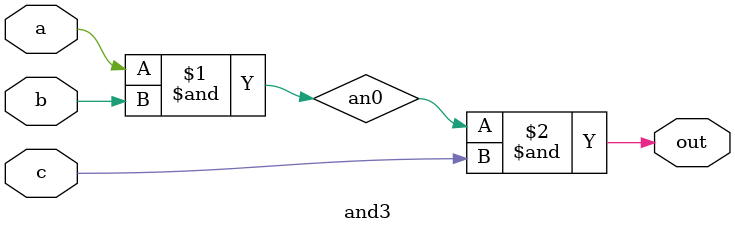
<source format=v>
module lvMEM (lv,up,on,setzero,reset,clk);
    output [3:0] lv;
    input up,on,setzero,reset,clk;
    wire t0,t1,t2,t3;

    // t0 in tff0
    wire t0_OtoO,t0_3AtoO,t0_AtoO,t0_NtoA,t0_Nto3A0,t0_Nto3A1,t0_4AtoN;
    or t0o0 (t0,t0_OtoO,on);
    or t0o1 (t0_OtoO,t0_3AtoO,t0_AtoO);
    and t0a0 (t0_AtoO,t0_NtoA,reset);
    not t0n0 (t0_NtoA,lv[0]);
    and3 t03A (t0_3AtoO,t0_Nto3A0,up,t0_Nto3A1);
    not t0n1 (t0_Nto3A0,t0_4AtoN);
    not t0n2 (t0_Nto3A1,reset);
    and4 t04A (t0_4AtoN,lv[0],lv[1],lv[2],lv[3]);

    // t1 in tff1
    wire t1_Nto3A,t1_3AtoN;
    and3 t13A0 (t1,lv[0],up,t1_Nto3A);
    not t1n (t1_Nto3A,t1_3AtoN);
    and3 t13A1 (t1_3AtoN,lv[1],lv[2],lv[3]);

    // t2 in tff2
    wire t2_Nto4A,t2_AtoN;
    and4 t24A (t2,up,lv[0],lv[1],t2_Nto4A);
    not t2n (t2_Nto4A,t2_AtoN);
    and t2a (t2_AtoN,lv[2],lv[3]);

    // t3 in tff3
    wire t3_4AtoA,t3_Nto4A;
    and t3a (t3,up,t3_4AtoA);
    and4 t34A (t3_4AtoA,lv[0],lv[1],lv[2],t3_Nto4A);
    not t3n (t3_Nto4A,lv[3]);

    wire reset1,reset2,reset3;
    or re1 (reset1,setzero,reset);
    or re2 (reset2,setzero,reset);
    or re3 (reset3,setzero,reset);
    T_FF tff0 (lv[0],t0,setzero,clk);
    T_FF tff1 (lv[1],t1,reset1,clk);
    T_FF tff2 (lv[2],t2,reset2,clk);
    T_FF tff3 (lv[3],t3,reset3,clk);
endmodule

module T_FF (q, t, reset, clk);
	output q;
	input t,reset,clk;
	wire d;

	xor x1(d,q,t);
	D_FF d1(q,d,reset,clk);
endmodule

module D_FF (q, d, reset, clk);
	output q;
	input d,reset,clk;
	reg q;
	
	always @(posedge reset or posedge clk)
		if (reset)
  			q <= 1'b0;
		else
  			q <= d;
endmodule

module and4 (out,a,b,c,d);
    output out;
    input a,b,c,d;
    wire an0,an1;

    and a0 (an0,a,b);
    and a1 (an1,c,d);
    and a2 (out,an0,an1);
endmodule

module and3 (out,a,b,c);
    output out;
    input a,b,c;
    wire an0;

    and a0 (an0,a,b);
    and a1 (out,an0,c);
endmodule

</source>
